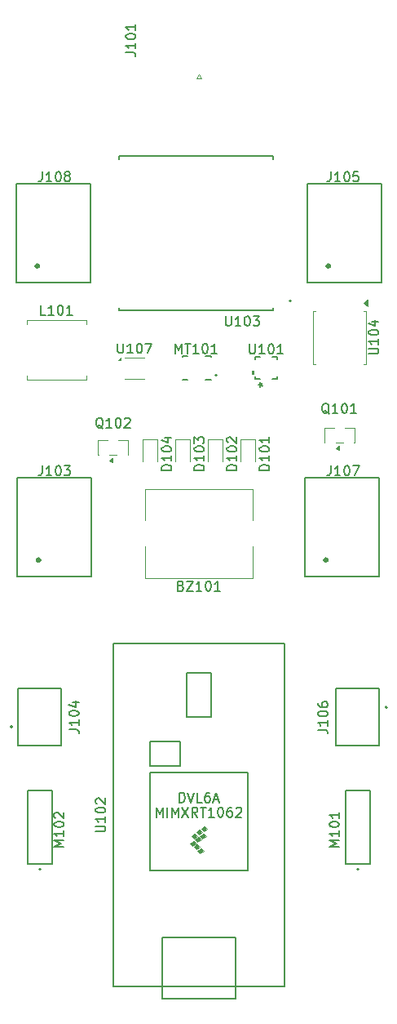
<source format=gbr>
%TF.GenerationSoftware,KiCad,Pcbnew,9.0.6*%
%TF.CreationDate,2025-12-21T20:45:19-06:00*%
%TF.ProjectId,TVC,5456432e-6b69-4636-9164-5f7063625858,rev?*%
%TF.SameCoordinates,Original*%
%TF.FileFunction,Legend,Top*%
%TF.FilePolarity,Positive*%
%FSLAX46Y46*%
G04 Gerber Fmt 4.6, Leading zero omitted, Abs format (unit mm)*
G04 Created by KiCad (PCBNEW 9.0.6) date 2025-12-21 20:45:19*
%MOMM*%
%LPD*%
G01*
G04 APERTURE LIST*
%ADD10C,0.150000*%
%ADD11C,0.120000*%
%ADD12C,0.152400*%
%ADD13C,0.000000*%
%ADD14C,0.200000*%
%ADD15C,0.400000*%
%ADD16C,0.127000*%
%ADD17C,0.100000*%
G04 APERTURE END LIST*
D10*
X139149964Y-85084819D02*
X139149964Y-85894342D01*
X139149964Y-85894342D02*
X139197583Y-85989580D01*
X139197583Y-85989580D02*
X139245202Y-86037200D01*
X139245202Y-86037200D02*
X139340440Y-86084819D01*
X139340440Y-86084819D02*
X139530916Y-86084819D01*
X139530916Y-86084819D02*
X139626154Y-86037200D01*
X139626154Y-86037200D02*
X139673773Y-85989580D01*
X139673773Y-85989580D02*
X139721392Y-85894342D01*
X139721392Y-85894342D02*
X139721392Y-85084819D01*
X140721392Y-86084819D02*
X140149964Y-86084819D01*
X140435678Y-86084819D02*
X140435678Y-85084819D01*
X140435678Y-85084819D02*
X140340440Y-85227676D01*
X140340440Y-85227676D02*
X140245202Y-85322914D01*
X140245202Y-85322914D02*
X140149964Y-85370533D01*
X141340440Y-85084819D02*
X141435678Y-85084819D01*
X141435678Y-85084819D02*
X141530916Y-85132438D01*
X141530916Y-85132438D02*
X141578535Y-85180057D01*
X141578535Y-85180057D02*
X141626154Y-85275295D01*
X141626154Y-85275295D02*
X141673773Y-85465771D01*
X141673773Y-85465771D02*
X141673773Y-85703866D01*
X141673773Y-85703866D02*
X141626154Y-85894342D01*
X141626154Y-85894342D02*
X141578535Y-85989580D01*
X141578535Y-85989580D02*
X141530916Y-86037200D01*
X141530916Y-86037200D02*
X141435678Y-86084819D01*
X141435678Y-86084819D02*
X141340440Y-86084819D01*
X141340440Y-86084819D02*
X141245202Y-86037200D01*
X141245202Y-86037200D02*
X141197583Y-85989580D01*
X141197583Y-85989580D02*
X141149964Y-85894342D01*
X141149964Y-85894342D02*
X141102345Y-85703866D01*
X141102345Y-85703866D02*
X141102345Y-85465771D01*
X141102345Y-85465771D02*
X141149964Y-85275295D01*
X141149964Y-85275295D02*
X141197583Y-85180057D01*
X141197583Y-85180057D02*
X141245202Y-85132438D01*
X141245202Y-85132438D02*
X141340440Y-85084819D01*
X142007107Y-85084819D02*
X142673773Y-85084819D01*
X142673773Y-85084819D02*
X142245202Y-86084819D01*
X131667202Y-82115819D02*
X131191012Y-82115819D01*
X131191012Y-82115819D02*
X131191012Y-81115819D01*
X132524345Y-82115819D02*
X131952917Y-82115819D01*
X132238631Y-82115819D02*
X132238631Y-81115819D01*
X132238631Y-81115819D02*
X132143393Y-81258676D01*
X132143393Y-81258676D02*
X132048155Y-81353914D01*
X132048155Y-81353914D02*
X131952917Y-81401533D01*
X133143393Y-81115819D02*
X133238631Y-81115819D01*
X133238631Y-81115819D02*
X133333869Y-81163438D01*
X133333869Y-81163438D02*
X133381488Y-81211057D01*
X133381488Y-81211057D02*
X133429107Y-81306295D01*
X133429107Y-81306295D02*
X133476726Y-81496771D01*
X133476726Y-81496771D02*
X133476726Y-81734866D01*
X133476726Y-81734866D02*
X133429107Y-81925342D01*
X133429107Y-81925342D02*
X133381488Y-82020580D01*
X133381488Y-82020580D02*
X133333869Y-82068200D01*
X133333869Y-82068200D02*
X133238631Y-82115819D01*
X133238631Y-82115819D02*
X133143393Y-82115819D01*
X133143393Y-82115819D02*
X133048155Y-82068200D01*
X133048155Y-82068200D02*
X133000536Y-82020580D01*
X133000536Y-82020580D02*
X132952917Y-81925342D01*
X132952917Y-81925342D02*
X132905298Y-81734866D01*
X132905298Y-81734866D02*
X132905298Y-81496771D01*
X132905298Y-81496771D02*
X132952917Y-81306295D01*
X132952917Y-81306295D02*
X133000536Y-81211057D01*
X133000536Y-81211057D02*
X133048155Y-81163438D01*
X133048155Y-81163438D02*
X133143393Y-81115819D01*
X134429107Y-82115819D02*
X133857679Y-82115819D01*
X134143393Y-82115819D02*
X134143393Y-81115819D01*
X134143393Y-81115819D02*
X134048155Y-81258676D01*
X134048155Y-81258676D02*
X133952917Y-81353914D01*
X133952917Y-81353914D02*
X133857679Y-81401533D01*
X152831964Y-85141719D02*
X152831964Y-85951242D01*
X152831964Y-85951242D02*
X152879583Y-86046480D01*
X152879583Y-86046480D02*
X152927202Y-86094100D01*
X152927202Y-86094100D02*
X153022440Y-86141719D01*
X153022440Y-86141719D02*
X153212916Y-86141719D01*
X153212916Y-86141719D02*
X153308154Y-86094100D01*
X153308154Y-86094100D02*
X153355773Y-86046480D01*
X153355773Y-86046480D02*
X153403392Y-85951242D01*
X153403392Y-85951242D02*
X153403392Y-85141719D01*
X154403392Y-86141719D02*
X153831964Y-86141719D01*
X154117678Y-86141719D02*
X154117678Y-85141719D01*
X154117678Y-85141719D02*
X154022440Y-85284576D01*
X154022440Y-85284576D02*
X153927202Y-85379814D01*
X153927202Y-85379814D02*
X153831964Y-85427433D01*
X155022440Y-85141719D02*
X155117678Y-85141719D01*
X155117678Y-85141719D02*
X155212916Y-85189338D01*
X155212916Y-85189338D02*
X155260535Y-85236957D01*
X155260535Y-85236957D02*
X155308154Y-85332195D01*
X155308154Y-85332195D02*
X155355773Y-85522671D01*
X155355773Y-85522671D02*
X155355773Y-85760766D01*
X155355773Y-85760766D02*
X155308154Y-85951242D01*
X155308154Y-85951242D02*
X155260535Y-86046480D01*
X155260535Y-86046480D02*
X155212916Y-86094100D01*
X155212916Y-86094100D02*
X155117678Y-86141719D01*
X155117678Y-86141719D02*
X155022440Y-86141719D01*
X155022440Y-86141719D02*
X154927202Y-86094100D01*
X154927202Y-86094100D02*
X154879583Y-86046480D01*
X154879583Y-86046480D02*
X154831964Y-85951242D01*
X154831964Y-85951242D02*
X154784345Y-85760766D01*
X154784345Y-85760766D02*
X154784345Y-85522671D01*
X154784345Y-85522671D02*
X154831964Y-85332195D01*
X154831964Y-85332195D02*
X154879583Y-85236957D01*
X154879583Y-85236957D02*
X154927202Y-85189338D01*
X154927202Y-85189338D02*
X155022440Y-85141719D01*
X156308154Y-86141719D02*
X155736726Y-86141719D01*
X156022440Y-86141719D02*
X156022440Y-85141719D01*
X156022440Y-85141719D02*
X155927202Y-85284576D01*
X155927202Y-85284576D02*
X155831964Y-85379814D01*
X155831964Y-85379814D02*
X155736726Y-85427433D01*
X153751069Y-89344499D02*
X153989164Y-89344499D01*
X153893926Y-89582594D02*
X153989164Y-89344499D01*
X153989164Y-89344499D02*
X153893926Y-89106404D01*
X154179640Y-89487356D02*
X153989164Y-89344499D01*
X153989164Y-89344499D02*
X154179640Y-89201642D01*
X161261535Y-97752819D02*
X161261535Y-98467104D01*
X161261535Y-98467104D02*
X161213916Y-98609961D01*
X161213916Y-98609961D02*
X161118678Y-98705200D01*
X161118678Y-98705200D02*
X160975821Y-98752819D01*
X160975821Y-98752819D02*
X160880583Y-98752819D01*
X162261535Y-98752819D02*
X161690107Y-98752819D01*
X161975821Y-98752819D02*
X161975821Y-97752819D01*
X161975821Y-97752819D02*
X161880583Y-97895676D01*
X161880583Y-97895676D02*
X161785345Y-97990914D01*
X161785345Y-97990914D02*
X161690107Y-98038533D01*
X162880583Y-97752819D02*
X162975821Y-97752819D01*
X162975821Y-97752819D02*
X163071059Y-97800438D01*
X163071059Y-97800438D02*
X163118678Y-97848057D01*
X163118678Y-97848057D02*
X163166297Y-97943295D01*
X163166297Y-97943295D02*
X163213916Y-98133771D01*
X163213916Y-98133771D02*
X163213916Y-98371866D01*
X163213916Y-98371866D02*
X163166297Y-98562342D01*
X163166297Y-98562342D02*
X163118678Y-98657580D01*
X163118678Y-98657580D02*
X163071059Y-98705200D01*
X163071059Y-98705200D02*
X162975821Y-98752819D01*
X162975821Y-98752819D02*
X162880583Y-98752819D01*
X162880583Y-98752819D02*
X162785345Y-98705200D01*
X162785345Y-98705200D02*
X162737726Y-98657580D01*
X162737726Y-98657580D02*
X162690107Y-98562342D01*
X162690107Y-98562342D02*
X162642488Y-98371866D01*
X162642488Y-98371866D02*
X162642488Y-98133771D01*
X162642488Y-98133771D02*
X162690107Y-97943295D01*
X162690107Y-97943295D02*
X162737726Y-97848057D01*
X162737726Y-97848057D02*
X162785345Y-97800438D01*
X162785345Y-97800438D02*
X162880583Y-97752819D01*
X163547250Y-97752819D02*
X164213916Y-97752819D01*
X164213916Y-97752819D02*
X163785345Y-98752819D01*
X145727916Y-110206009D02*
X145870773Y-110253628D01*
X145870773Y-110253628D02*
X145918392Y-110301247D01*
X145918392Y-110301247D02*
X145966011Y-110396485D01*
X145966011Y-110396485D02*
X145966011Y-110539342D01*
X145966011Y-110539342D02*
X145918392Y-110634580D01*
X145918392Y-110634580D02*
X145870773Y-110682200D01*
X145870773Y-110682200D02*
X145775535Y-110729819D01*
X145775535Y-110729819D02*
X145394583Y-110729819D01*
X145394583Y-110729819D02*
X145394583Y-109729819D01*
X145394583Y-109729819D02*
X145727916Y-109729819D01*
X145727916Y-109729819D02*
X145823154Y-109777438D01*
X145823154Y-109777438D02*
X145870773Y-109825057D01*
X145870773Y-109825057D02*
X145918392Y-109920295D01*
X145918392Y-109920295D02*
X145918392Y-110015533D01*
X145918392Y-110015533D02*
X145870773Y-110110771D01*
X145870773Y-110110771D02*
X145823154Y-110158390D01*
X145823154Y-110158390D02*
X145727916Y-110206009D01*
X145727916Y-110206009D02*
X145394583Y-110206009D01*
X146299345Y-109729819D02*
X146966011Y-109729819D01*
X146966011Y-109729819D02*
X146299345Y-110729819D01*
X146299345Y-110729819D02*
X146966011Y-110729819D01*
X147870773Y-110729819D02*
X147299345Y-110729819D01*
X147585059Y-110729819D02*
X147585059Y-109729819D01*
X147585059Y-109729819D02*
X147489821Y-109872676D01*
X147489821Y-109872676D02*
X147394583Y-109967914D01*
X147394583Y-109967914D02*
X147299345Y-110015533D01*
X148489821Y-109729819D02*
X148585059Y-109729819D01*
X148585059Y-109729819D02*
X148680297Y-109777438D01*
X148680297Y-109777438D02*
X148727916Y-109825057D01*
X148727916Y-109825057D02*
X148775535Y-109920295D01*
X148775535Y-109920295D02*
X148823154Y-110110771D01*
X148823154Y-110110771D02*
X148823154Y-110348866D01*
X148823154Y-110348866D02*
X148775535Y-110539342D01*
X148775535Y-110539342D02*
X148727916Y-110634580D01*
X148727916Y-110634580D02*
X148680297Y-110682200D01*
X148680297Y-110682200D02*
X148585059Y-110729819D01*
X148585059Y-110729819D02*
X148489821Y-110729819D01*
X148489821Y-110729819D02*
X148394583Y-110682200D01*
X148394583Y-110682200D02*
X148346964Y-110634580D01*
X148346964Y-110634580D02*
X148299345Y-110539342D01*
X148299345Y-110539342D02*
X148251726Y-110348866D01*
X148251726Y-110348866D02*
X148251726Y-110110771D01*
X148251726Y-110110771D02*
X148299345Y-109920295D01*
X148299345Y-109920295D02*
X148346964Y-109825057D01*
X148346964Y-109825057D02*
X148394583Y-109777438D01*
X148394583Y-109777438D02*
X148489821Y-109729819D01*
X149775535Y-110729819D02*
X149204107Y-110729819D01*
X149489821Y-110729819D02*
X149489821Y-109729819D01*
X149489821Y-109729819D02*
X149394583Y-109872676D01*
X149394583Y-109872676D02*
X149299345Y-109967914D01*
X149299345Y-109967914D02*
X149204107Y-110015533D01*
X131289535Y-97752819D02*
X131289535Y-98467104D01*
X131289535Y-98467104D02*
X131241916Y-98609961D01*
X131241916Y-98609961D02*
X131146678Y-98705200D01*
X131146678Y-98705200D02*
X131003821Y-98752819D01*
X131003821Y-98752819D02*
X130908583Y-98752819D01*
X132289535Y-98752819D02*
X131718107Y-98752819D01*
X132003821Y-98752819D02*
X132003821Y-97752819D01*
X132003821Y-97752819D02*
X131908583Y-97895676D01*
X131908583Y-97895676D02*
X131813345Y-97990914D01*
X131813345Y-97990914D02*
X131718107Y-98038533D01*
X132908583Y-97752819D02*
X133003821Y-97752819D01*
X133003821Y-97752819D02*
X133099059Y-97800438D01*
X133099059Y-97800438D02*
X133146678Y-97848057D01*
X133146678Y-97848057D02*
X133194297Y-97943295D01*
X133194297Y-97943295D02*
X133241916Y-98133771D01*
X133241916Y-98133771D02*
X133241916Y-98371866D01*
X133241916Y-98371866D02*
X133194297Y-98562342D01*
X133194297Y-98562342D02*
X133146678Y-98657580D01*
X133146678Y-98657580D02*
X133099059Y-98705200D01*
X133099059Y-98705200D02*
X133003821Y-98752819D01*
X133003821Y-98752819D02*
X132908583Y-98752819D01*
X132908583Y-98752819D02*
X132813345Y-98705200D01*
X132813345Y-98705200D02*
X132765726Y-98657580D01*
X132765726Y-98657580D02*
X132718107Y-98562342D01*
X132718107Y-98562342D02*
X132670488Y-98371866D01*
X132670488Y-98371866D02*
X132670488Y-98133771D01*
X132670488Y-98133771D02*
X132718107Y-97943295D01*
X132718107Y-97943295D02*
X132765726Y-97848057D01*
X132765726Y-97848057D02*
X132813345Y-97800438D01*
X132813345Y-97800438D02*
X132908583Y-97752819D01*
X133575250Y-97752819D02*
X134194297Y-97752819D01*
X134194297Y-97752819D02*
X133860964Y-98133771D01*
X133860964Y-98133771D02*
X134003821Y-98133771D01*
X134003821Y-98133771D02*
X134099059Y-98181390D01*
X134099059Y-98181390D02*
X134146678Y-98229009D01*
X134146678Y-98229009D02*
X134194297Y-98324247D01*
X134194297Y-98324247D02*
X134194297Y-98562342D01*
X134194297Y-98562342D02*
X134146678Y-98657580D01*
X134146678Y-98657580D02*
X134099059Y-98705200D01*
X134099059Y-98705200D02*
X134003821Y-98752819D01*
X134003821Y-98752819D02*
X133718107Y-98752819D01*
X133718107Y-98752819D02*
X133622869Y-98705200D01*
X133622869Y-98705200D02*
X133575250Y-98657580D01*
X137623630Y-93895057D02*
X137528392Y-93847438D01*
X137528392Y-93847438D02*
X137433154Y-93752200D01*
X137433154Y-93752200D02*
X137290297Y-93609342D01*
X137290297Y-93609342D02*
X137195059Y-93561723D01*
X137195059Y-93561723D02*
X137099821Y-93561723D01*
X137147440Y-93799819D02*
X137052202Y-93752200D01*
X137052202Y-93752200D02*
X136956964Y-93656961D01*
X136956964Y-93656961D02*
X136909345Y-93466485D01*
X136909345Y-93466485D02*
X136909345Y-93133152D01*
X136909345Y-93133152D02*
X136956964Y-92942676D01*
X136956964Y-92942676D02*
X137052202Y-92847438D01*
X137052202Y-92847438D02*
X137147440Y-92799819D01*
X137147440Y-92799819D02*
X137337916Y-92799819D01*
X137337916Y-92799819D02*
X137433154Y-92847438D01*
X137433154Y-92847438D02*
X137528392Y-92942676D01*
X137528392Y-92942676D02*
X137576011Y-93133152D01*
X137576011Y-93133152D02*
X137576011Y-93466485D01*
X137576011Y-93466485D02*
X137528392Y-93656961D01*
X137528392Y-93656961D02*
X137433154Y-93752200D01*
X137433154Y-93752200D02*
X137337916Y-93799819D01*
X137337916Y-93799819D02*
X137147440Y-93799819D01*
X138528392Y-93799819D02*
X137956964Y-93799819D01*
X138242678Y-93799819D02*
X138242678Y-92799819D01*
X138242678Y-92799819D02*
X138147440Y-92942676D01*
X138147440Y-92942676D02*
X138052202Y-93037914D01*
X138052202Y-93037914D02*
X137956964Y-93085533D01*
X139147440Y-92799819D02*
X139242678Y-92799819D01*
X139242678Y-92799819D02*
X139337916Y-92847438D01*
X139337916Y-92847438D02*
X139385535Y-92895057D01*
X139385535Y-92895057D02*
X139433154Y-92990295D01*
X139433154Y-92990295D02*
X139480773Y-93180771D01*
X139480773Y-93180771D02*
X139480773Y-93418866D01*
X139480773Y-93418866D02*
X139433154Y-93609342D01*
X139433154Y-93609342D02*
X139385535Y-93704580D01*
X139385535Y-93704580D02*
X139337916Y-93752200D01*
X139337916Y-93752200D02*
X139242678Y-93799819D01*
X139242678Y-93799819D02*
X139147440Y-93799819D01*
X139147440Y-93799819D02*
X139052202Y-93752200D01*
X139052202Y-93752200D02*
X139004583Y-93704580D01*
X139004583Y-93704580D02*
X138956964Y-93609342D01*
X138956964Y-93609342D02*
X138909345Y-93418866D01*
X138909345Y-93418866D02*
X138909345Y-93180771D01*
X138909345Y-93180771D02*
X138956964Y-92990295D01*
X138956964Y-92990295D02*
X139004583Y-92895057D01*
X139004583Y-92895057D02*
X139052202Y-92847438D01*
X139052202Y-92847438D02*
X139147440Y-92799819D01*
X139861726Y-92895057D02*
X139909345Y-92847438D01*
X139909345Y-92847438D02*
X140004583Y-92799819D01*
X140004583Y-92799819D02*
X140242678Y-92799819D01*
X140242678Y-92799819D02*
X140337916Y-92847438D01*
X140337916Y-92847438D02*
X140385535Y-92895057D01*
X140385535Y-92895057D02*
X140433154Y-92990295D01*
X140433154Y-92990295D02*
X140433154Y-93085533D01*
X140433154Y-93085533D02*
X140385535Y-93228390D01*
X140385535Y-93228390D02*
X139814107Y-93799819D01*
X139814107Y-93799819D02*
X140433154Y-93799819D01*
X165221069Y-86169285D02*
X166030592Y-86169285D01*
X166030592Y-86169285D02*
X166125830Y-86121666D01*
X166125830Y-86121666D02*
X166173450Y-86074047D01*
X166173450Y-86074047D02*
X166221069Y-85978809D01*
X166221069Y-85978809D02*
X166221069Y-85788333D01*
X166221069Y-85788333D02*
X166173450Y-85693095D01*
X166173450Y-85693095D02*
X166125830Y-85645476D01*
X166125830Y-85645476D02*
X166030592Y-85597857D01*
X166030592Y-85597857D02*
X165221069Y-85597857D01*
X166221069Y-84597857D02*
X166221069Y-85169285D01*
X166221069Y-84883571D02*
X165221069Y-84883571D01*
X165221069Y-84883571D02*
X165363926Y-84978809D01*
X165363926Y-84978809D02*
X165459164Y-85074047D01*
X165459164Y-85074047D02*
X165506783Y-85169285D01*
X165221069Y-83978809D02*
X165221069Y-83883571D01*
X165221069Y-83883571D02*
X165268688Y-83788333D01*
X165268688Y-83788333D02*
X165316307Y-83740714D01*
X165316307Y-83740714D02*
X165411545Y-83693095D01*
X165411545Y-83693095D02*
X165602021Y-83645476D01*
X165602021Y-83645476D02*
X165840116Y-83645476D01*
X165840116Y-83645476D02*
X166030592Y-83693095D01*
X166030592Y-83693095D02*
X166125830Y-83740714D01*
X166125830Y-83740714D02*
X166173450Y-83788333D01*
X166173450Y-83788333D02*
X166221069Y-83883571D01*
X166221069Y-83883571D02*
X166221069Y-83978809D01*
X166221069Y-83978809D02*
X166173450Y-84074047D01*
X166173450Y-84074047D02*
X166125830Y-84121666D01*
X166125830Y-84121666D02*
X166030592Y-84169285D01*
X166030592Y-84169285D02*
X165840116Y-84216904D01*
X165840116Y-84216904D02*
X165602021Y-84216904D01*
X165602021Y-84216904D02*
X165411545Y-84169285D01*
X165411545Y-84169285D02*
X165316307Y-84121666D01*
X165316307Y-84121666D02*
X165268688Y-84074047D01*
X165268688Y-84074047D02*
X165221069Y-83978809D01*
X165554402Y-82788333D02*
X166221069Y-82788333D01*
X165173450Y-83026428D02*
X165887735Y-83264523D01*
X165887735Y-83264523D02*
X165887735Y-82645476D01*
X161105980Y-92396457D02*
X161010742Y-92348838D01*
X161010742Y-92348838D02*
X160915504Y-92253600D01*
X160915504Y-92253600D02*
X160772647Y-92110742D01*
X160772647Y-92110742D02*
X160677409Y-92063123D01*
X160677409Y-92063123D02*
X160582171Y-92063123D01*
X160629790Y-92301219D02*
X160534552Y-92253600D01*
X160534552Y-92253600D02*
X160439314Y-92158361D01*
X160439314Y-92158361D02*
X160391695Y-91967885D01*
X160391695Y-91967885D02*
X160391695Y-91634552D01*
X160391695Y-91634552D02*
X160439314Y-91444076D01*
X160439314Y-91444076D02*
X160534552Y-91348838D01*
X160534552Y-91348838D02*
X160629790Y-91301219D01*
X160629790Y-91301219D02*
X160820266Y-91301219D01*
X160820266Y-91301219D02*
X160915504Y-91348838D01*
X160915504Y-91348838D02*
X161010742Y-91444076D01*
X161010742Y-91444076D02*
X161058361Y-91634552D01*
X161058361Y-91634552D02*
X161058361Y-91967885D01*
X161058361Y-91967885D02*
X161010742Y-92158361D01*
X161010742Y-92158361D02*
X160915504Y-92253600D01*
X160915504Y-92253600D02*
X160820266Y-92301219D01*
X160820266Y-92301219D02*
X160629790Y-92301219D01*
X162010742Y-92301219D02*
X161439314Y-92301219D01*
X161725028Y-92301219D02*
X161725028Y-91301219D01*
X161725028Y-91301219D02*
X161629790Y-91444076D01*
X161629790Y-91444076D02*
X161534552Y-91539314D01*
X161534552Y-91539314D02*
X161439314Y-91586933D01*
X162629790Y-91301219D02*
X162725028Y-91301219D01*
X162725028Y-91301219D02*
X162820266Y-91348838D01*
X162820266Y-91348838D02*
X162867885Y-91396457D01*
X162867885Y-91396457D02*
X162915504Y-91491695D01*
X162915504Y-91491695D02*
X162963123Y-91682171D01*
X162963123Y-91682171D02*
X162963123Y-91920266D01*
X162963123Y-91920266D02*
X162915504Y-92110742D01*
X162915504Y-92110742D02*
X162867885Y-92205980D01*
X162867885Y-92205980D02*
X162820266Y-92253600D01*
X162820266Y-92253600D02*
X162725028Y-92301219D01*
X162725028Y-92301219D02*
X162629790Y-92301219D01*
X162629790Y-92301219D02*
X162534552Y-92253600D01*
X162534552Y-92253600D02*
X162486933Y-92205980D01*
X162486933Y-92205980D02*
X162439314Y-92110742D01*
X162439314Y-92110742D02*
X162391695Y-91920266D01*
X162391695Y-91920266D02*
X162391695Y-91682171D01*
X162391695Y-91682171D02*
X162439314Y-91491695D01*
X162439314Y-91491695D02*
X162486933Y-91396457D01*
X162486933Y-91396457D02*
X162534552Y-91348838D01*
X162534552Y-91348838D02*
X162629790Y-91301219D01*
X163915504Y-92301219D02*
X163344076Y-92301219D01*
X163629790Y-92301219D02*
X163629790Y-91301219D01*
X163629790Y-91301219D02*
X163534552Y-91444076D01*
X163534552Y-91444076D02*
X163439314Y-91539314D01*
X163439314Y-91539314D02*
X163344076Y-91586933D01*
X134091069Y-125085714D02*
X134805354Y-125085714D01*
X134805354Y-125085714D02*
X134948211Y-125133333D01*
X134948211Y-125133333D02*
X135043450Y-125228571D01*
X135043450Y-125228571D02*
X135091069Y-125371428D01*
X135091069Y-125371428D02*
X135091069Y-125466666D01*
X135091069Y-124085714D02*
X135091069Y-124657142D01*
X135091069Y-124371428D02*
X134091069Y-124371428D01*
X134091069Y-124371428D02*
X134233926Y-124466666D01*
X134233926Y-124466666D02*
X134329164Y-124561904D01*
X134329164Y-124561904D02*
X134376783Y-124657142D01*
X134091069Y-123466666D02*
X134091069Y-123371428D01*
X134091069Y-123371428D02*
X134138688Y-123276190D01*
X134138688Y-123276190D02*
X134186307Y-123228571D01*
X134186307Y-123228571D02*
X134281545Y-123180952D01*
X134281545Y-123180952D02*
X134472021Y-123133333D01*
X134472021Y-123133333D02*
X134710116Y-123133333D01*
X134710116Y-123133333D02*
X134900592Y-123180952D01*
X134900592Y-123180952D02*
X134995830Y-123228571D01*
X134995830Y-123228571D02*
X135043450Y-123276190D01*
X135043450Y-123276190D02*
X135091069Y-123371428D01*
X135091069Y-123371428D02*
X135091069Y-123466666D01*
X135091069Y-123466666D02*
X135043450Y-123561904D01*
X135043450Y-123561904D02*
X134995830Y-123609523D01*
X134995830Y-123609523D02*
X134900592Y-123657142D01*
X134900592Y-123657142D02*
X134710116Y-123704761D01*
X134710116Y-123704761D02*
X134472021Y-123704761D01*
X134472021Y-123704761D02*
X134281545Y-123657142D01*
X134281545Y-123657142D02*
X134186307Y-123609523D01*
X134186307Y-123609523D02*
X134138688Y-123561904D01*
X134138688Y-123561904D02*
X134091069Y-123466666D01*
X134424402Y-122276190D02*
X135091069Y-122276190D01*
X134043450Y-122514285D02*
X134757735Y-122752380D01*
X134757735Y-122752380D02*
X134757735Y-122133333D01*
X150359464Y-82249819D02*
X150359464Y-83059342D01*
X150359464Y-83059342D02*
X150407083Y-83154580D01*
X150407083Y-83154580D02*
X150454702Y-83202200D01*
X150454702Y-83202200D02*
X150549940Y-83249819D01*
X150549940Y-83249819D02*
X150740416Y-83249819D01*
X150740416Y-83249819D02*
X150835654Y-83202200D01*
X150835654Y-83202200D02*
X150883273Y-83154580D01*
X150883273Y-83154580D02*
X150930892Y-83059342D01*
X150930892Y-83059342D02*
X150930892Y-82249819D01*
X151930892Y-83249819D02*
X151359464Y-83249819D01*
X151645178Y-83249819D02*
X151645178Y-82249819D01*
X151645178Y-82249819D02*
X151549940Y-82392676D01*
X151549940Y-82392676D02*
X151454702Y-82487914D01*
X151454702Y-82487914D02*
X151359464Y-82535533D01*
X152549940Y-82249819D02*
X152645178Y-82249819D01*
X152645178Y-82249819D02*
X152740416Y-82297438D01*
X152740416Y-82297438D02*
X152788035Y-82345057D01*
X152788035Y-82345057D02*
X152835654Y-82440295D01*
X152835654Y-82440295D02*
X152883273Y-82630771D01*
X152883273Y-82630771D02*
X152883273Y-82868866D01*
X152883273Y-82868866D02*
X152835654Y-83059342D01*
X152835654Y-83059342D02*
X152788035Y-83154580D01*
X152788035Y-83154580D02*
X152740416Y-83202200D01*
X152740416Y-83202200D02*
X152645178Y-83249819D01*
X152645178Y-83249819D02*
X152549940Y-83249819D01*
X152549940Y-83249819D02*
X152454702Y-83202200D01*
X152454702Y-83202200D02*
X152407083Y-83154580D01*
X152407083Y-83154580D02*
X152359464Y-83059342D01*
X152359464Y-83059342D02*
X152311845Y-82868866D01*
X152311845Y-82868866D02*
X152311845Y-82630771D01*
X152311845Y-82630771D02*
X152359464Y-82440295D01*
X152359464Y-82440295D02*
X152407083Y-82345057D01*
X152407083Y-82345057D02*
X152454702Y-82297438D01*
X152454702Y-82297438D02*
X152549940Y-82249819D01*
X153216607Y-82249819D02*
X153835654Y-82249819D01*
X153835654Y-82249819D02*
X153502321Y-82630771D01*
X153502321Y-82630771D02*
X153645178Y-82630771D01*
X153645178Y-82630771D02*
X153740416Y-82678390D01*
X153740416Y-82678390D02*
X153788035Y-82726009D01*
X153788035Y-82726009D02*
X153835654Y-82821247D01*
X153835654Y-82821247D02*
X153835654Y-83059342D01*
X153835654Y-83059342D02*
X153788035Y-83154580D01*
X153788035Y-83154580D02*
X153740416Y-83202200D01*
X153740416Y-83202200D02*
X153645178Y-83249819D01*
X153645178Y-83249819D02*
X153359464Y-83249819D01*
X153359464Y-83249819D02*
X153264226Y-83202200D01*
X153264226Y-83202200D02*
X153216607Y-83154580D01*
X139996069Y-54920714D02*
X140710354Y-54920714D01*
X140710354Y-54920714D02*
X140853211Y-54968333D01*
X140853211Y-54968333D02*
X140948450Y-55063571D01*
X140948450Y-55063571D02*
X140996069Y-55206428D01*
X140996069Y-55206428D02*
X140996069Y-55301666D01*
X140996069Y-53920714D02*
X140996069Y-54492142D01*
X140996069Y-54206428D02*
X139996069Y-54206428D01*
X139996069Y-54206428D02*
X140138926Y-54301666D01*
X140138926Y-54301666D02*
X140234164Y-54396904D01*
X140234164Y-54396904D02*
X140281783Y-54492142D01*
X139996069Y-53301666D02*
X139996069Y-53206428D01*
X139996069Y-53206428D02*
X140043688Y-53111190D01*
X140043688Y-53111190D02*
X140091307Y-53063571D01*
X140091307Y-53063571D02*
X140186545Y-53015952D01*
X140186545Y-53015952D02*
X140377021Y-52968333D01*
X140377021Y-52968333D02*
X140615116Y-52968333D01*
X140615116Y-52968333D02*
X140805592Y-53015952D01*
X140805592Y-53015952D02*
X140900830Y-53063571D01*
X140900830Y-53063571D02*
X140948450Y-53111190D01*
X140948450Y-53111190D02*
X140996069Y-53206428D01*
X140996069Y-53206428D02*
X140996069Y-53301666D01*
X140996069Y-53301666D02*
X140948450Y-53396904D01*
X140948450Y-53396904D02*
X140900830Y-53444523D01*
X140900830Y-53444523D02*
X140805592Y-53492142D01*
X140805592Y-53492142D02*
X140615116Y-53539761D01*
X140615116Y-53539761D02*
X140377021Y-53539761D01*
X140377021Y-53539761D02*
X140186545Y-53492142D01*
X140186545Y-53492142D02*
X140091307Y-53444523D01*
X140091307Y-53444523D02*
X140043688Y-53396904D01*
X140043688Y-53396904D02*
X139996069Y-53301666D01*
X140996069Y-52015952D02*
X140996069Y-52587380D01*
X140996069Y-52301666D02*
X139996069Y-52301666D01*
X139996069Y-52301666D02*
X140138926Y-52396904D01*
X140138926Y-52396904D02*
X140234164Y-52492142D01*
X140234164Y-52492142D02*
X140281783Y-52587380D01*
X144714069Y-98210475D02*
X143714069Y-98210475D01*
X143714069Y-98210475D02*
X143714069Y-97972380D01*
X143714069Y-97972380D02*
X143761688Y-97829523D01*
X143761688Y-97829523D02*
X143856926Y-97734285D01*
X143856926Y-97734285D02*
X143952164Y-97686666D01*
X143952164Y-97686666D02*
X144142640Y-97639047D01*
X144142640Y-97639047D02*
X144285497Y-97639047D01*
X144285497Y-97639047D02*
X144475973Y-97686666D01*
X144475973Y-97686666D02*
X144571211Y-97734285D01*
X144571211Y-97734285D02*
X144666450Y-97829523D01*
X144666450Y-97829523D02*
X144714069Y-97972380D01*
X144714069Y-97972380D02*
X144714069Y-98210475D01*
X144714069Y-96686666D02*
X144714069Y-97258094D01*
X144714069Y-96972380D02*
X143714069Y-96972380D01*
X143714069Y-96972380D02*
X143856926Y-97067618D01*
X143856926Y-97067618D02*
X143952164Y-97162856D01*
X143952164Y-97162856D02*
X143999783Y-97258094D01*
X143714069Y-96067618D02*
X143714069Y-95972380D01*
X143714069Y-95972380D02*
X143761688Y-95877142D01*
X143761688Y-95877142D02*
X143809307Y-95829523D01*
X143809307Y-95829523D02*
X143904545Y-95781904D01*
X143904545Y-95781904D02*
X144095021Y-95734285D01*
X144095021Y-95734285D02*
X144333116Y-95734285D01*
X144333116Y-95734285D02*
X144523592Y-95781904D01*
X144523592Y-95781904D02*
X144618830Y-95829523D01*
X144618830Y-95829523D02*
X144666450Y-95877142D01*
X144666450Y-95877142D02*
X144714069Y-95972380D01*
X144714069Y-95972380D02*
X144714069Y-96067618D01*
X144714069Y-96067618D02*
X144666450Y-96162856D01*
X144666450Y-96162856D02*
X144618830Y-96210475D01*
X144618830Y-96210475D02*
X144523592Y-96258094D01*
X144523592Y-96258094D02*
X144333116Y-96305713D01*
X144333116Y-96305713D02*
X144095021Y-96305713D01*
X144095021Y-96305713D02*
X143904545Y-96258094D01*
X143904545Y-96258094D02*
X143809307Y-96210475D01*
X143809307Y-96210475D02*
X143761688Y-96162856D01*
X143761688Y-96162856D02*
X143714069Y-96067618D01*
X144047402Y-94877142D02*
X144714069Y-94877142D01*
X143666450Y-95115237D02*
X144380735Y-95353332D01*
X144380735Y-95353332D02*
X144380735Y-94734285D01*
X136856069Y-135699285D02*
X137665592Y-135699285D01*
X137665592Y-135699285D02*
X137760830Y-135651666D01*
X137760830Y-135651666D02*
X137808450Y-135604047D01*
X137808450Y-135604047D02*
X137856069Y-135508809D01*
X137856069Y-135508809D02*
X137856069Y-135318333D01*
X137856069Y-135318333D02*
X137808450Y-135223095D01*
X137808450Y-135223095D02*
X137760830Y-135175476D01*
X137760830Y-135175476D02*
X137665592Y-135127857D01*
X137665592Y-135127857D02*
X136856069Y-135127857D01*
X137856069Y-134127857D02*
X137856069Y-134699285D01*
X137856069Y-134413571D02*
X136856069Y-134413571D01*
X136856069Y-134413571D02*
X136998926Y-134508809D01*
X136998926Y-134508809D02*
X137094164Y-134604047D01*
X137094164Y-134604047D02*
X137141783Y-134699285D01*
X136856069Y-133508809D02*
X136856069Y-133413571D01*
X136856069Y-133413571D02*
X136903688Y-133318333D01*
X136903688Y-133318333D02*
X136951307Y-133270714D01*
X136951307Y-133270714D02*
X137046545Y-133223095D01*
X137046545Y-133223095D02*
X137237021Y-133175476D01*
X137237021Y-133175476D02*
X137475116Y-133175476D01*
X137475116Y-133175476D02*
X137665592Y-133223095D01*
X137665592Y-133223095D02*
X137760830Y-133270714D01*
X137760830Y-133270714D02*
X137808450Y-133318333D01*
X137808450Y-133318333D02*
X137856069Y-133413571D01*
X137856069Y-133413571D02*
X137856069Y-133508809D01*
X137856069Y-133508809D02*
X137808450Y-133604047D01*
X137808450Y-133604047D02*
X137760830Y-133651666D01*
X137760830Y-133651666D02*
X137665592Y-133699285D01*
X137665592Y-133699285D02*
X137475116Y-133746904D01*
X137475116Y-133746904D02*
X137237021Y-133746904D01*
X137237021Y-133746904D02*
X137046545Y-133699285D01*
X137046545Y-133699285D02*
X136951307Y-133651666D01*
X136951307Y-133651666D02*
X136903688Y-133604047D01*
X136903688Y-133604047D02*
X136856069Y-133508809D01*
X136951307Y-132794523D02*
X136903688Y-132746904D01*
X136903688Y-132746904D02*
X136856069Y-132651666D01*
X136856069Y-132651666D02*
X136856069Y-132413571D01*
X136856069Y-132413571D02*
X136903688Y-132318333D01*
X136903688Y-132318333D02*
X136951307Y-132270714D01*
X136951307Y-132270714D02*
X137046545Y-132223095D01*
X137046545Y-132223095D02*
X137141783Y-132223095D01*
X137141783Y-132223095D02*
X137284640Y-132270714D01*
X137284640Y-132270714D02*
X137856069Y-132842142D01*
X137856069Y-132842142D02*
X137856069Y-132223095D01*
X143156488Y-134185819D02*
X143156488Y-133185819D01*
X143156488Y-133185819D02*
X143489821Y-133900104D01*
X143489821Y-133900104D02*
X143823154Y-133185819D01*
X143823154Y-133185819D02*
X143823154Y-134185819D01*
X144299345Y-134185819D02*
X144299345Y-133185819D01*
X144775535Y-134185819D02*
X144775535Y-133185819D01*
X144775535Y-133185819D02*
X145108868Y-133900104D01*
X145108868Y-133900104D02*
X145442201Y-133185819D01*
X145442201Y-133185819D02*
X145442201Y-134185819D01*
X145823154Y-133185819D02*
X146489820Y-134185819D01*
X146489820Y-133185819D02*
X145823154Y-134185819D01*
X147442201Y-134185819D02*
X147108868Y-133709628D01*
X146870773Y-134185819D02*
X146870773Y-133185819D01*
X146870773Y-133185819D02*
X147251725Y-133185819D01*
X147251725Y-133185819D02*
X147346963Y-133233438D01*
X147346963Y-133233438D02*
X147394582Y-133281057D01*
X147394582Y-133281057D02*
X147442201Y-133376295D01*
X147442201Y-133376295D02*
X147442201Y-133519152D01*
X147442201Y-133519152D02*
X147394582Y-133614390D01*
X147394582Y-133614390D02*
X147346963Y-133662009D01*
X147346963Y-133662009D02*
X147251725Y-133709628D01*
X147251725Y-133709628D02*
X146870773Y-133709628D01*
X147727916Y-133185819D02*
X148299344Y-133185819D01*
X148013630Y-134185819D02*
X148013630Y-133185819D01*
X149156487Y-134185819D02*
X148585059Y-134185819D01*
X148870773Y-134185819D02*
X148870773Y-133185819D01*
X148870773Y-133185819D02*
X148775535Y-133328676D01*
X148775535Y-133328676D02*
X148680297Y-133423914D01*
X148680297Y-133423914D02*
X148585059Y-133471533D01*
X149775535Y-133185819D02*
X149870773Y-133185819D01*
X149870773Y-133185819D02*
X149966011Y-133233438D01*
X149966011Y-133233438D02*
X150013630Y-133281057D01*
X150013630Y-133281057D02*
X150061249Y-133376295D01*
X150061249Y-133376295D02*
X150108868Y-133566771D01*
X150108868Y-133566771D02*
X150108868Y-133804866D01*
X150108868Y-133804866D02*
X150061249Y-133995342D01*
X150061249Y-133995342D02*
X150013630Y-134090580D01*
X150013630Y-134090580D02*
X149966011Y-134138200D01*
X149966011Y-134138200D02*
X149870773Y-134185819D01*
X149870773Y-134185819D02*
X149775535Y-134185819D01*
X149775535Y-134185819D02*
X149680297Y-134138200D01*
X149680297Y-134138200D02*
X149632678Y-134090580D01*
X149632678Y-134090580D02*
X149585059Y-133995342D01*
X149585059Y-133995342D02*
X149537440Y-133804866D01*
X149537440Y-133804866D02*
X149537440Y-133566771D01*
X149537440Y-133566771D02*
X149585059Y-133376295D01*
X149585059Y-133376295D02*
X149632678Y-133281057D01*
X149632678Y-133281057D02*
X149680297Y-133233438D01*
X149680297Y-133233438D02*
X149775535Y-133185819D01*
X150966011Y-133185819D02*
X150775535Y-133185819D01*
X150775535Y-133185819D02*
X150680297Y-133233438D01*
X150680297Y-133233438D02*
X150632678Y-133281057D01*
X150632678Y-133281057D02*
X150537440Y-133423914D01*
X150537440Y-133423914D02*
X150489821Y-133614390D01*
X150489821Y-133614390D02*
X150489821Y-133995342D01*
X150489821Y-133995342D02*
X150537440Y-134090580D01*
X150537440Y-134090580D02*
X150585059Y-134138200D01*
X150585059Y-134138200D02*
X150680297Y-134185819D01*
X150680297Y-134185819D02*
X150870773Y-134185819D01*
X150870773Y-134185819D02*
X150966011Y-134138200D01*
X150966011Y-134138200D02*
X151013630Y-134090580D01*
X151013630Y-134090580D02*
X151061249Y-133995342D01*
X151061249Y-133995342D02*
X151061249Y-133757247D01*
X151061249Y-133757247D02*
X151013630Y-133662009D01*
X151013630Y-133662009D02*
X150966011Y-133614390D01*
X150966011Y-133614390D02*
X150870773Y-133566771D01*
X150870773Y-133566771D02*
X150680297Y-133566771D01*
X150680297Y-133566771D02*
X150585059Y-133614390D01*
X150585059Y-133614390D02*
X150537440Y-133662009D01*
X150537440Y-133662009D02*
X150489821Y-133757247D01*
X151442202Y-133281057D02*
X151489821Y-133233438D01*
X151489821Y-133233438D02*
X151585059Y-133185819D01*
X151585059Y-133185819D02*
X151823154Y-133185819D01*
X151823154Y-133185819D02*
X151918392Y-133233438D01*
X151918392Y-133233438D02*
X151966011Y-133281057D01*
X151966011Y-133281057D02*
X152013630Y-133376295D01*
X152013630Y-133376295D02*
X152013630Y-133471533D01*
X152013630Y-133471533D02*
X151966011Y-133614390D01*
X151966011Y-133614390D02*
X151394583Y-134185819D01*
X151394583Y-134185819D02*
X152013630Y-134185819D01*
X145561250Y-132661819D02*
X145561250Y-131661819D01*
X145561250Y-131661819D02*
X145799345Y-131661819D01*
X145799345Y-131661819D02*
X145942202Y-131709438D01*
X145942202Y-131709438D02*
X146037440Y-131804676D01*
X146037440Y-131804676D02*
X146085059Y-131899914D01*
X146085059Y-131899914D02*
X146132678Y-132090390D01*
X146132678Y-132090390D02*
X146132678Y-132233247D01*
X146132678Y-132233247D02*
X146085059Y-132423723D01*
X146085059Y-132423723D02*
X146037440Y-132518961D01*
X146037440Y-132518961D02*
X145942202Y-132614200D01*
X145942202Y-132614200D02*
X145799345Y-132661819D01*
X145799345Y-132661819D02*
X145561250Y-132661819D01*
X146418393Y-131661819D02*
X146751726Y-132661819D01*
X146751726Y-132661819D02*
X147085059Y-131661819D01*
X147894583Y-132661819D02*
X147418393Y-132661819D01*
X147418393Y-132661819D02*
X147418393Y-131661819D01*
X148656488Y-131661819D02*
X148466012Y-131661819D01*
X148466012Y-131661819D02*
X148370774Y-131709438D01*
X148370774Y-131709438D02*
X148323155Y-131757057D01*
X148323155Y-131757057D02*
X148227917Y-131899914D01*
X148227917Y-131899914D02*
X148180298Y-132090390D01*
X148180298Y-132090390D02*
X148180298Y-132471342D01*
X148180298Y-132471342D02*
X148227917Y-132566580D01*
X148227917Y-132566580D02*
X148275536Y-132614200D01*
X148275536Y-132614200D02*
X148370774Y-132661819D01*
X148370774Y-132661819D02*
X148561250Y-132661819D01*
X148561250Y-132661819D02*
X148656488Y-132614200D01*
X148656488Y-132614200D02*
X148704107Y-132566580D01*
X148704107Y-132566580D02*
X148751726Y-132471342D01*
X148751726Y-132471342D02*
X148751726Y-132233247D01*
X148751726Y-132233247D02*
X148704107Y-132138009D01*
X148704107Y-132138009D02*
X148656488Y-132090390D01*
X148656488Y-132090390D02*
X148561250Y-132042771D01*
X148561250Y-132042771D02*
X148370774Y-132042771D01*
X148370774Y-132042771D02*
X148275536Y-132090390D01*
X148275536Y-132090390D02*
X148227917Y-132138009D01*
X148227917Y-132138009D02*
X148180298Y-132233247D01*
X149132679Y-132376104D02*
X149608869Y-132376104D01*
X149037441Y-132661819D02*
X149370774Y-131661819D01*
X149370774Y-131661819D02*
X149704107Y-132661819D01*
X145123893Y-86103619D02*
X145123893Y-85103619D01*
X145123893Y-85103619D02*
X145457226Y-85817904D01*
X145457226Y-85817904D02*
X145790559Y-85103619D01*
X145790559Y-85103619D02*
X145790559Y-86103619D01*
X146123893Y-85103619D02*
X146695321Y-85103619D01*
X146409607Y-86103619D02*
X146409607Y-85103619D01*
X147552464Y-86103619D02*
X146981036Y-86103619D01*
X147266750Y-86103619D02*
X147266750Y-85103619D01*
X147266750Y-85103619D02*
X147171512Y-85246476D01*
X147171512Y-85246476D02*
X147076274Y-85341714D01*
X147076274Y-85341714D02*
X146981036Y-85389333D01*
X148171512Y-85103619D02*
X148266750Y-85103619D01*
X148266750Y-85103619D02*
X148361988Y-85151238D01*
X148361988Y-85151238D02*
X148409607Y-85198857D01*
X148409607Y-85198857D02*
X148457226Y-85294095D01*
X148457226Y-85294095D02*
X148504845Y-85484571D01*
X148504845Y-85484571D02*
X148504845Y-85722666D01*
X148504845Y-85722666D02*
X148457226Y-85913142D01*
X148457226Y-85913142D02*
X148409607Y-86008380D01*
X148409607Y-86008380D02*
X148361988Y-86056000D01*
X148361988Y-86056000D02*
X148266750Y-86103619D01*
X148266750Y-86103619D02*
X148171512Y-86103619D01*
X148171512Y-86103619D02*
X148076274Y-86056000D01*
X148076274Y-86056000D02*
X148028655Y-86008380D01*
X148028655Y-86008380D02*
X147981036Y-85913142D01*
X147981036Y-85913142D02*
X147933417Y-85722666D01*
X147933417Y-85722666D02*
X147933417Y-85484571D01*
X147933417Y-85484571D02*
X147981036Y-85294095D01*
X147981036Y-85294095D02*
X148028655Y-85198857D01*
X148028655Y-85198857D02*
X148076274Y-85151238D01*
X148076274Y-85151238D02*
X148171512Y-85103619D01*
X149457226Y-86103619D02*
X148885798Y-86103619D01*
X149171512Y-86103619D02*
X149171512Y-85103619D01*
X149171512Y-85103619D02*
X149076274Y-85246476D01*
X149076274Y-85246476D02*
X148981036Y-85341714D01*
X148981036Y-85341714D02*
X148885798Y-85389333D01*
X161261535Y-67272819D02*
X161261535Y-67987104D01*
X161261535Y-67987104D02*
X161213916Y-68129961D01*
X161213916Y-68129961D02*
X161118678Y-68225200D01*
X161118678Y-68225200D02*
X160975821Y-68272819D01*
X160975821Y-68272819D02*
X160880583Y-68272819D01*
X162261535Y-68272819D02*
X161690107Y-68272819D01*
X161975821Y-68272819D02*
X161975821Y-67272819D01*
X161975821Y-67272819D02*
X161880583Y-67415676D01*
X161880583Y-67415676D02*
X161785345Y-67510914D01*
X161785345Y-67510914D02*
X161690107Y-67558533D01*
X162880583Y-67272819D02*
X162975821Y-67272819D01*
X162975821Y-67272819D02*
X163071059Y-67320438D01*
X163071059Y-67320438D02*
X163118678Y-67368057D01*
X163118678Y-67368057D02*
X163166297Y-67463295D01*
X163166297Y-67463295D02*
X163213916Y-67653771D01*
X163213916Y-67653771D02*
X163213916Y-67891866D01*
X163213916Y-67891866D02*
X163166297Y-68082342D01*
X163166297Y-68082342D02*
X163118678Y-68177580D01*
X163118678Y-68177580D02*
X163071059Y-68225200D01*
X163071059Y-68225200D02*
X162975821Y-68272819D01*
X162975821Y-68272819D02*
X162880583Y-68272819D01*
X162880583Y-68272819D02*
X162785345Y-68225200D01*
X162785345Y-68225200D02*
X162737726Y-68177580D01*
X162737726Y-68177580D02*
X162690107Y-68082342D01*
X162690107Y-68082342D02*
X162642488Y-67891866D01*
X162642488Y-67891866D02*
X162642488Y-67653771D01*
X162642488Y-67653771D02*
X162690107Y-67463295D01*
X162690107Y-67463295D02*
X162737726Y-67368057D01*
X162737726Y-67368057D02*
X162785345Y-67320438D01*
X162785345Y-67320438D02*
X162880583Y-67272819D01*
X164118678Y-67272819D02*
X163642488Y-67272819D01*
X163642488Y-67272819D02*
X163594869Y-67749009D01*
X163594869Y-67749009D02*
X163642488Y-67701390D01*
X163642488Y-67701390D02*
X163737726Y-67653771D01*
X163737726Y-67653771D02*
X163975821Y-67653771D01*
X163975821Y-67653771D02*
X164071059Y-67701390D01*
X164071059Y-67701390D02*
X164118678Y-67749009D01*
X164118678Y-67749009D02*
X164166297Y-67844247D01*
X164166297Y-67844247D02*
X164166297Y-68082342D01*
X164166297Y-68082342D02*
X164118678Y-68177580D01*
X164118678Y-68177580D02*
X164071059Y-68225200D01*
X164071059Y-68225200D02*
X163975821Y-68272819D01*
X163975821Y-68272819D02*
X163737726Y-68272819D01*
X163737726Y-68272819D02*
X163642488Y-68225200D01*
X163642488Y-68225200D02*
X163594869Y-68177580D01*
X151487402Y-98210475D02*
X150487402Y-98210475D01*
X150487402Y-98210475D02*
X150487402Y-97972380D01*
X150487402Y-97972380D02*
X150535021Y-97829523D01*
X150535021Y-97829523D02*
X150630259Y-97734285D01*
X150630259Y-97734285D02*
X150725497Y-97686666D01*
X150725497Y-97686666D02*
X150915973Y-97639047D01*
X150915973Y-97639047D02*
X151058830Y-97639047D01*
X151058830Y-97639047D02*
X151249306Y-97686666D01*
X151249306Y-97686666D02*
X151344544Y-97734285D01*
X151344544Y-97734285D02*
X151439783Y-97829523D01*
X151439783Y-97829523D02*
X151487402Y-97972380D01*
X151487402Y-97972380D02*
X151487402Y-98210475D01*
X151487402Y-96686666D02*
X151487402Y-97258094D01*
X151487402Y-96972380D02*
X150487402Y-96972380D01*
X150487402Y-96972380D02*
X150630259Y-97067618D01*
X150630259Y-97067618D02*
X150725497Y-97162856D01*
X150725497Y-97162856D02*
X150773116Y-97258094D01*
X150487402Y-96067618D02*
X150487402Y-95972380D01*
X150487402Y-95972380D02*
X150535021Y-95877142D01*
X150535021Y-95877142D02*
X150582640Y-95829523D01*
X150582640Y-95829523D02*
X150677878Y-95781904D01*
X150677878Y-95781904D02*
X150868354Y-95734285D01*
X150868354Y-95734285D02*
X151106449Y-95734285D01*
X151106449Y-95734285D02*
X151296925Y-95781904D01*
X151296925Y-95781904D02*
X151392163Y-95829523D01*
X151392163Y-95829523D02*
X151439783Y-95877142D01*
X151439783Y-95877142D02*
X151487402Y-95972380D01*
X151487402Y-95972380D02*
X151487402Y-96067618D01*
X151487402Y-96067618D02*
X151439783Y-96162856D01*
X151439783Y-96162856D02*
X151392163Y-96210475D01*
X151392163Y-96210475D02*
X151296925Y-96258094D01*
X151296925Y-96258094D02*
X151106449Y-96305713D01*
X151106449Y-96305713D02*
X150868354Y-96305713D01*
X150868354Y-96305713D02*
X150677878Y-96258094D01*
X150677878Y-96258094D02*
X150582640Y-96210475D01*
X150582640Y-96210475D02*
X150535021Y-96162856D01*
X150535021Y-96162856D02*
X150487402Y-96067618D01*
X150582640Y-95353332D02*
X150535021Y-95305713D01*
X150535021Y-95305713D02*
X150487402Y-95210475D01*
X150487402Y-95210475D02*
X150487402Y-94972380D01*
X150487402Y-94972380D02*
X150535021Y-94877142D01*
X150535021Y-94877142D02*
X150582640Y-94829523D01*
X150582640Y-94829523D02*
X150677878Y-94781904D01*
X150677878Y-94781904D02*
X150773116Y-94781904D01*
X150773116Y-94781904D02*
X150915973Y-94829523D01*
X150915973Y-94829523D02*
X151487402Y-95400951D01*
X151487402Y-95400951D02*
X151487402Y-94781904D01*
X131289535Y-67272819D02*
X131289535Y-67987104D01*
X131289535Y-67987104D02*
X131241916Y-68129961D01*
X131241916Y-68129961D02*
X131146678Y-68225200D01*
X131146678Y-68225200D02*
X131003821Y-68272819D01*
X131003821Y-68272819D02*
X130908583Y-68272819D01*
X132289535Y-68272819D02*
X131718107Y-68272819D01*
X132003821Y-68272819D02*
X132003821Y-67272819D01*
X132003821Y-67272819D02*
X131908583Y-67415676D01*
X131908583Y-67415676D02*
X131813345Y-67510914D01*
X131813345Y-67510914D02*
X131718107Y-67558533D01*
X132908583Y-67272819D02*
X133003821Y-67272819D01*
X133003821Y-67272819D02*
X133099059Y-67320438D01*
X133099059Y-67320438D02*
X133146678Y-67368057D01*
X133146678Y-67368057D02*
X133194297Y-67463295D01*
X133194297Y-67463295D02*
X133241916Y-67653771D01*
X133241916Y-67653771D02*
X133241916Y-67891866D01*
X133241916Y-67891866D02*
X133194297Y-68082342D01*
X133194297Y-68082342D02*
X133146678Y-68177580D01*
X133146678Y-68177580D02*
X133099059Y-68225200D01*
X133099059Y-68225200D02*
X133003821Y-68272819D01*
X133003821Y-68272819D02*
X132908583Y-68272819D01*
X132908583Y-68272819D02*
X132813345Y-68225200D01*
X132813345Y-68225200D02*
X132765726Y-68177580D01*
X132765726Y-68177580D02*
X132718107Y-68082342D01*
X132718107Y-68082342D02*
X132670488Y-67891866D01*
X132670488Y-67891866D02*
X132670488Y-67653771D01*
X132670488Y-67653771D02*
X132718107Y-67463295D01*
X132718107Y-67463295D02*
X132765726Y-67368057D01*
X132765726Y-67368057D02*
X132813345Y-67320438D01*
X132813345Y-67320438D02*
X132908583Y-67272819D01*
X133813345Y-67701390D02*
X133718107Y-67653771D01*
X133718107Y-67653771D02*
X133670488Y-67606152D01*
X133670488Y-67606152D02*
X133622869Y-67510914D01*
X133622869Y-67510914D02*
X133622869Y-67463295D01*
X133622869Y-67463295D02*
X133670488Y-67368057D01*
X133670488Y-67368057D02*
X133718107Y-67320438D01*
X133718107Y-67320438D02*
X133813345Y-67272819D01*
X133813345Y-67272819D02*
X134003821Y-67272819D01*
X134003821Y-67272819D02*
X134099059Y-67320438D01*
X134099059Y-67320438D02*
X134146678Y-67368057D01*
X134146678Y-67368057D02*
X134194297Y-67463295D01*
X134194297Y-67463295D02*
X134194297Y-67510914D01*
X134194297Y-67510914D02*
X134146678Y-67606152D01*
X134146678Y-67606152D02*
X134099059Y-67653771D01*
X134099059Y-67653771D02*
X134003821Y-67701390D01*
X134003821Y-67701390D02*
X133813345Y-67701390D01*
X133813345Y-67701390D02*
X133718107Y-67749009D01*
X133718107Y-67749009D02*
X133670488Y-67796628D01*
X133670488Y-67796628D02*
X133622869Y-67891866D01*
X133622869Y-67891866D02*
X133622869Y-68082342D01*
X133622869Y-68082342D02*
X133670488Y-68177580D01*
X133670488Y-68177580D02*
X133718107Y-68225200D01*
X133718107Y-68225200D02*
X133813345Y-68272819D01*
X133813345Y-68272819D02*
X134003821Y-68272819D01*
X134003821Y-68272819D02*
X134099059Y-68225200D01*
X134099059Y-68225200D02*
X134146678Y-68177580D01*
X134146678Y-68177580D02*
X134194297Y-68082342D01*
X134194297Y-68082342D02*
X134194297Y-67891866D01*
X134194297Y-67891866D02*
X134146678Y-67796628D01*
X134146678Y-67796628D02*
X134099059Y-67749009D01*
X134099059Y-67749009D02*
X134003821Y-67701390D01*
X133538069Y-137270904D02*
X132538069Y-137270904D01*
X132538069Y-137270904D02*
X133252354Y-136937571D01*
X133252354Y-136937571D02*
X132538069Y-136604238D01*
X132538069Y-136604238D02*
X133538069Y-136604238D01*
X133538069Y-135604238D02*
X133538069Y-136175666D01*
X133538069Y-135889952D02*
X132538069Y-135889952D01*
X132538069Y-135889952D02*
X132680926Y-135985190D01*
X132680926Y-135985190D02*
X132776164Y-136080428D01*
X132776164Y-136080428D02*
X132823783Y-136175666D01*
X132538069Y-134985190D02*
X132538069Y-134889952D01*
X132538069Y-134889952D02*
X132585688Y-134794714D01*
X132585688Y-134794714D02*
X132633307Y-134747095D01*
X132633307Y-134747095D02*
X132728545Y-134699476D01*
X132728545Y-134699476D02*
X132919021Y-134651857D01*
X132919021Y-134651857D02*
X133157116Y-134651857D01*
X133157116Y-134651857D02*
X133347592Y-134699476D01*
X133347592Y-134699476D02*
X133442830Y-134747095D01*
X133442830Y-134747095D02*
X133490450Y-134794714D01*
X133490450Y-134794714D02*
X133538069Y-134889952D01*
X133538069Y-134889952D02*
X133538069Y-134985190D01*
X133538069Y-134985190D02*
X133490450Y-135080428D01*
X133490450Y-135080428D02*
X133442830Y-135128047D01*
X133442830Y-135128047D02*
X133347592Y-135175666D01*
X133347592Y-135175666D02*
X133157116Y-135223285D01*
X133157116Y-135223285D02*
X132919021Y-135223285D01*
X132919021Y-135223285D02*
X132728545Y-135175666D01*
X132728545Y-135175666D02*
X132633307Y-135128047D01*
X132633307Y-135128047D02*
X132585688Y-135080428D01*
X132585688Y-135080428D02*
X132538069Y-134985190D01*
X132633307Y-134270904D02*
X132585688Y-134223285D01*
X132585688Y-134223285D02*
X132538069Y-134128047D01*
X132538069Y-134128047D02*
X132538069Y-133889952D01*
X132538069Y-133889952D02*
X132585688Y-133794714D01*
X132585688Y-133794714D02*
X132633307Y-133747095D01*
X132633307Y-133747095D02*
X132728545Y-133699476D01*
X132728545Y-133699476D02*
X132823783Y-133699476D01*
X132823783Y-133699476D02*
X132966640Y-133747095D01*
X132966640Y-133747095D02*
X133538069Y-134318523D01*
X133538069Y-134318523D02*
X133538069Y-133699476D01*
X154874069Y-98210475D02*
X153874069Y-98210475D01*
X153874069Y-98210475D02*
X153874069Y-97972380D01*
X153874069Y-97972380D02*
X153921688Y-97829523D01*
X153921688Y-97829523D02*
X154016926Y-97734285D01*
X154016926Y-97734285D02*
X154112164Y-97686666D01*
X154112164Y-97686666D02*
X154302640Y-97639047D01*
X154302640Y-97639047D02*
X154445497Y-97639047D01*
X154445497Y-97639047D02*
X154635973Y-97686666D01*
X154635973Y-97686666D02*
X154731211Y-97734285D01*
X154731211Y-97734285D02*
X154826450Y-97829523D01*
X154826450Y-97829523D02*
X154874069Y-97972380D01*
X154874069Y-97972380D02*
X154874069Y-98210475D01*
X154874069Y-96686666D02*
X154874069Y-97258094D01*
X154874069Y-96972380D02*
X153874069Y-96972380D01*
X153874069Y-96972380D02*
X154016926Y-97067618D01*
X154016926Y-97067618D02*
X154112164Y-97162856D01*
X154112164Y-97162856D02*
X154159783Y-97258094D01*
X153874069Y-96067618D02*
X153874069Y-95972380D01*
X153874069Y-95972380D02*
X153921688Y-95877142D01*
X153921688Y-95877142D02*
X153969307Y-95829523D01*
X153969307Y-95829523D02*
X154064545Y-95781904D01*
X154064545Y-95781904D02*
X154255021Y-95734285D01*
X154255021Y-95734285D02*
X154493116Y-95734285D01*
X154493116Y-95734285D02*
X154683592Y-95781904D01*
X154683592Y-95781904D02*
X154778830Y-95829523D01*
X154778830Y-95829523D02*
X154826450Y-95877142D01*
X154826450Y-95877142D02*
X154874069Y-95972380D01*
X154874069Y-95972380D02*
X154874069Y-96067618D01*
X154874069Y-96067618D02*
X154826450Y-96162856D01*
X154826450Y-96162856D02*
X154778830Y-96210475D01*
X154778830Y-96210475D02*
X154683592Y-96258094D01*
X154683592Y-96258094D02*
X154493116Y-96305713D01*
X154493116Y-96305713D02*
X154255021Y-96305713D01*
X154255021Y-96305713D02*
X154064545Y-96258094D01*
X154064545Y-96258094D02*
X153969307Y-96210475D01*
X153969307Y-96210475D02*
X153921688Y-96162856D01*
X153921688Y-96162856D02*
X153874069Y-96067618D01*
X154874069Y-94781904D02*
X154874069Y-95353332D01*
X154874069Y-95067618D02*
X153874069Y-95067618D01*
X153874069Y-95067618D02*
X154016926Y-95162856D01*
X154016926Y-95162856D02*
X154112164Y-95258094D01*
X154112164Y-95258094D02*
X154159783Y-95353332D01*
X148100736Y-98210475D02*
X147100736Y-98210475D01*
X147100736Y-98210475D02*
X147100736Y-97972380D01*
X147100736Y-97972380D02*
X147148355Y-97829523D01*
X147148355Y-97829523D02*
X147243593Y-97734285D01*
X147243593Y-97734285D02*
X147338831Y-97686666D01*
X147338831Y-97686666D02*
X147529307Y-97639047D01*
X147529307Y-97639047D02*
X147672164Y-97639047D01*
X147672164Y-97639047D02*
X147862640Y-97686666D01*
X147862640Y-97686666D02*
X147957878Y-97734285D01*
X147957878Y-97734285D02*
X148053117Y-97829523D01*
X148053117Y-97829523D02*
X148100736Y-97972380D01*
X148100736Y-97972380D02*
X148100736Y-98210475D01*
X148100736Y-96686666D02*
X148100736Y-97258094D01*
X148100736Y-96972380D02*
X147100736Y-96972380D01*
X147100736Y-96972380D02*
X147243593Y-97067618D01*
X147243593Y-97067618D02*
X147338831Y-97162856D01*
X147338831Y-97162856D02*
X147386450Y-97258094D01*
X147100736Y-96067618D02*
X147100736Y-95972380D01*
X147100736Y-95972380D02*
X147148355Y-95877142D01*
X147148355Y-95877142D02*
X147195974Y-95829523D01*
X147195974Y-95829523D02*
X147291212Y-95781904D01*
X147291212Y-95781904D02*
X147481688Y-95734285D01*
X147481688Y-95734285D02*
X147719783Y-95734285D01*
X147719783Y-95734285D02*
X147910259Y-95781904D01*
X147910259Y-95781904D02*
X148005497Y-95829523D01*
X148005497Y-95829523D02*
X148053117Y-95877142D01*
X148053117Y-95877142D02*
X148100736Y-95972380D01*
X148100736Y-95972380D02*
X148100736Y-96067618D01*
X148100736Y-96067618D02*
X148053117Y-96162856D01*
X148053117Y-96162856D02*
X148005497Y-96210475D01*
X148005497Y-96210475D02*
X147910259Y-96258094D01*
X147910259Y-96258094D02*
X147719783Y-96305713D01*
X147719783Y-96305713D02*
X147481688Y-96305713D01*
X147481688Y-96305713D02*
X147291212Y-96258094D01*
X147291212Y-96258094D02*
X147195974Y-96210475D01*
X147195974Y-96210475D02*
X147148355Y-96162856D01*
X147148355Y-96162856D02*
X147100736Y-96067618D01*
X147100736Y-95400951D02*
X147100736Y-94781904D01*
X147100736Y-94781904D02*
X147481688Y-95115237D01*
X147481688Y-95115237D02*
X147481688Y-94972380D01*
X147481688Y-94972380D02*
X147529307Y-94877142D01*
X147529307Y-94877142D02*
X147576926Y-94829523D01*
X147576926Y-94829523D02*
X147672164Y-94781904D01*
X147672164Y-94781904D02*
X147910259Y-94781904D01*
X147910259Y-94781904D02*
X148005497Y-94829523D01*
X148005497Y-94829523D02*
X148053117Y-94877142D01*
X148053117Y-94877142D02*
X148100736Y-94972380D01*
X148100736Y-94972380D02*
X148100736Y-95258094D01*
X148100736Y-95258094D02*
X148053117Y-95353332D01*
X148053117Y-95353332D02*
X148005497Y-95400951D01*
X162141069Y-137270904D02*
X161141069Y-137270904D01*
X161141069Y-137270904D02*
X161855354Y-136937571D01*
X161855354Y-136937571D02*
X161141069Y-136604238D01*
X161141069Y-136604238D02*
X162141069Y-136604238D01*
X162141069Y-135604238D02*
X162141069Y-136175666D01*
X162141069Y-135889952D02*
X161141069Y-135889952D01*
X161141069Y-135889952D02*
X161283926Y-135985190D01*
X161283926Y-135985190D02*
X161379164Y-136080428D01*
X161379164Y-136080428D02*
X161426783Y-136175666D01*
X161141069Y-134985190D02*
X161141069Y-134889952D01*
X161141069Y-134889952D02*
X161188688Y-134794714D01*
X161188688Y-134794714D02*
X161236307Y-134747095D01*
X161236307Y-134747095D02*
X161331545Y-134699476D01*
X161331545Y-134699476D02*
X161522021Y-134651857D01*
X161522021Y-134651857D02*
X161760116Y-134651857D01*
X161760116Y-134651857D02*
X161950592Y-134699476D01*
X161950592Y-134699476D02*
X162045830Y-134747095D01*
X162045830Y-134747095D02*
X162093450Y-134794714D01*
X162093450Y-134794714D02*
X162141069Y-134889952D01*
X162141069Y-134889952D02*
X162141069Y-134985190D01*
X162141069Y-134985190D02*
X162093450Y-135080428D01*
X162093450Y-135080428D02*
X162045830Y-135128047D01*
X162045830Y-135128047D02*
X161950592Y-135175666D01*
X161950592Y-135175666D02*
X161760116Y-135223285D01*
X161760116Y-135223285D02*
X161522021Y-135223285D01*
X161522021Y-135223285D02*
X161331545Y-135175666D01*
X161331545Y-135175666D02*
X161236307Y-135128047D01*
X161236307Y-135128047D02*
X161188688Y-135080428D01*
X161188688Y-135080428D02*
X161141069Y-134985190D01*
X162141069Y-133699476D02*
X162141069Y-134270904D01*
X162141069Y-133985190D02*
X161141069Y-133985190D01*
X161141069Y-133985190D02*
X161283926Y-134080428D01*
X161283926Y-134080428D02*
X161379164Y-134175666D01*
X161379164Y-134175666D02*
X161426783Y-134270904D01*
X159941069Y-125135714D02*
X160655354Y-125135714D01*
X160655354Y-125135714D02*
X160798211Y-125183333D01*
X160798211Y-125183333D02*
X160893450Y-125278571D01*
X160893450Y-125278571D02*
X160941069Y-125421428D01*
X160941069Y-125421428D02*
X160941069Y-125516666D01*
X160941069Y-124135714D02*
X160941069Y-124707142D01*
X160941069Y-124421428D02*
X159941069Y-124421428D01*
X159941069Y-124421428D02*
X160083926Y-124516666D01*
X160083926Y-124516666D02*
X160179164Y-124611904D01*
X160179164Y-124611904D02*
X160226783Y-124707142D01*
X159941069Y-123516666D02*
X159941069Y-123421428D01*
X159941069Y-123421428D02*
X159988688Y-123326190D01*
X159988688Y-123326190D02*
X160036307Y-123278571D01*
X160036307Y-123278571D02*
X160131545Y-123230952D01*
X160131545Y-123230952D02*
X160322021Y-123183333D01*
X160322021Y-123183333D02*
X160560116Y-123183333D01*
X160560116Y-123183333D02*
X160750592Y-123230952D01*
X160750592Y-123230952D02*
X160845830Y-123278571D01*
X160845830Y-123278571D02*
X160893450Y-123326190D01*
X160893450Y-123326190D02*
X160941069Y-123421428D01*
X160941069Y-123421428D02*
X160941069Y-123516666D01*
X160941069Y-123516666D02*
X160893450Y-123611904D01*
X160893450Y-123611904D02*
X160845830Y-123659523D01*
X160845830Y-123659523D02*
X160750592Y-123707142D01*
X160750592Y-123707142D02*
X160560116Y-123754761D01*
X160560116Y-123754761D02*
X160322021Y-123754761D01*
X160322021Y-123754761D02*
X160131545Y-123707142D01*
X160131545Y-123707142D02*
X160036307Y-123659523D01*
X160036307Y-123659523D02*
X159988688Y-123611904D01*
X159988688Y-123611904D02*
X159941069Y-123516666D01*
X159941069Y-122326190D02*
X159941069Y-122516666D01*
X159941069Y-122516666D02*
X159988688Y-122611904D01*
X159988688Y-122611904D02*
X160036307Y-122659523D01*
X160036307Y-122659523D02*
X160179164Y-122754761D01*
X160179164Y-122754761D02*
X160369640Y-122802380D01*
X160369640Y-122802380D02*
X160750592Y-122802380D01*
X160750592Y-122802380D02*
X160845830Y-122754761D01*
X160845830Y-122754761D02*
X160893450Y-122707142D01*
X160893450Y-122707142D02*
X160941069Y-122611904D01*
X160941069Y-122611904D02*
X160941069Y-122421428D01*
X160941069Y-122421428D02*
X160893450Y-122326190D01*
X160893450Y-122326190D02*
X160845830Y-122278571D01*
X160845830Y-122278571D02*
X160750592Y-122230952D01*
X160750592Y-122230952D02*
X160512497Y-122230952D01*
X160512497Y-122230952D02*
X160417259Y-122278571D01*
X160417259Y-122278571D02*
X160369640Y-122326190D01*
X160369640Y-122326190D02*
X160322021Y-122421428D01*
X160322021Y-122421428D02*
X160322021Y-122611904D01*
X160322021Y-122611904D02*
X160369640Y-122707142D01*
X160369640Y-122707142D02*
X160417259Y-122754761D01*
X160417259Y-122754761D02*
X160512497Y-122802380D01*
D11*
%TO.C,U107*%
X139864250Y-86520000D02*
X141864250Y-86520000D01*
X141864250Y-88740000D02*
X139864250Y-88740000D01*
X139464250Y-86790000D02*
X139184250Y-86790000D01*
X139464250Y-86510000D01*
X139464250Y-86790000D01*
G36*
X139464250Y-86790000D02*
G01*
X139184250Y-86790000D01*
X139464250Y-86510000D01*
X139464250Y-86790000D01*
G37*
%TO.C,L101*%
X129686250Y-82625000D02*
X129686250Y-83075000D01*
X129686250Y-82625000D02*
X135886250Y-82625000D01*
X129686250Y-88825000D02*
X129686250Y-88375000D01*
X135886250Y-82625000D02*
X135886250Y-83075000D01*
X135886250Y-88825000D02*
X129686250Y-88825000D01*
X135886250Y-88825000D02*
X135886250Y-88375000D01*
D12*
%TO.C,U101*%
X153390550Y-86474300D02*
X153390550Y-86761220D01*
X153390550Y-88498780D02*
X153390550Y-88785700D01*
X153390550Y-88785700D02*
X153927470Y-88785700D01*
X153927470Y-86474300D02*
X153390550Y-86474300D01*
X155165030Y-88785700D02*
X155701950Y-88785700D01*
X155701950Y-86474300D02*
X155165030Y-86474300D01*
X155701950Y-86761220D02*
X155701950Y-86474300D01*
X155701950Y-88785700D02*
X155701950Y-88498780D01*
D13*
G36*
X153365150Y-88320499D02*
G01*
X153111150Y-88320499D01*
X153111150Y-87939499D01*
X153365150Y-87939499D01*
X153365150Y-88320499D01*
G37*
D14*
%TO.C,J107*%
X158566250Y-99040000D02*
X166266250Y-99040000D01*
X158566250Y-109240000D02*
X158566250Y-99040000D01*
X166266250Y-99040000D02*
X166266250Y-109240000D01*
X166266250Y-109240000D02*
X158566250Y-109240000D01*
D15*
X160866250Y-107540000D02*
G75*
G02*
X160666250Y-107540000I-100000J0D01*
G01*
X160666250Y-107540000D02*
G75*
G02*
X160866250Y-107540000I100000J0D01*
G01*
D11*
%TO.C,BZ101*%
X141961250Y-100175000D02*
X153161250Y-100175000D01*
X141961250Y-103425000D02*
X141961250Y-100175000D01*
X141961250Y-109375000D02*
X141961250Y-106125000D01*
X153161250Y-100175000D02*
X153161250Y-103425000D01*
X153161250Y-106125000D02*
X153161250Y-109375000D01*
X153161250Y-109375000D02*
X141961250Y-109375000D01*
D14*
%TO.C,J103*%
X128721250Y-99040000D02*
X136421250Y-99040000D01*
X128721250Y-109240000D02*
X128721250Y-99040000D01*
X136421250Y-99040000D02*
X136421250Y-109240000D01*
X136421250Y-109240000D02*
X128721250Y-109240000D01*
D15*
X131021250Y-107540000D02*
G75*
G02*
X130821250Y-107540000I-100000J0D01*
G01*
X130821250Y-107540000D02*
G75*
G02*
X131021250Y-107540000I100000J0D01*
G01*
D11*
%TO.C,Q102*%
X137111250Y-95125000D02*
X138111250Y-95125000D01*
X137111250Y-96645000D02*
X137111250Y-95125000D01*
X137161250Y-96645000D02*
X137111250Y-96645000D01*
X139061250Y-96645000D02*
X138281250Y-96645000D01*
X139231250Y-95125000D02*
X140231250Y-95125000D01*
X140231250Y-95125000D02*
X140231250Y-96645000D01*
X140231250Y-96645000D02*
X140181250Y-96645000D01*
X138621250Y-97425000D02*
X138291250Y-97185000D01*
X138621250Y-96945000D01*
X138621250Y-97425000D01*
G36*
X138621250Y-97425000D02*
G01*
X138291250Y-97185000D01*
X138621250Y-96945000D01*
X138621250Y-97425000D01*
G37*
%TO.C,U104*%
X159406250Y-81695000D02*
X159676250Y-81695000D01*
X159406250Y-87215000D02*
X159406250Y-81695000D01*
X159676250Y-87215000D02*
X159406250Y-87215000D01*
X164656250Y-81695000D02*
X164926250Y-81695000D01*
X164926250Y-81695000D02*
X164926250Y-87215000D01*
X164926250Y-87215000D02*
X164656250Y-87215000D01*
X165136250Y-81205000D02*
X164666250Y-80865000D01*
X165136250Y-80525000D01*
X165136250Y-81205000D01*
G36*
X165136250Y-81205000D02*
G01*
X164666250Y-80865000D01*
X165136250Y-80525000D01*
X165136250Y-81205000D01*
G37*
%TO.C,Q101*%
X160606250Y-93855000D02*
X161606250Y-93855000D01*
X160606250Y-95375000D02*
X160606250Y-93855000D01*
X160656250Y-95375000D02*
X160606250Y-95375000D01*
X162556250Y-95375000D02*
X161776250Y-95375000D01*
X162726250Y-93855000D02*
X163726250Y-93855000D01*
X163726250Y-93855000D02*
X163726250Y-95375000D01*
X163726250Y-95375000D02*
X163676250Y-95375000D01*
X162116250Y-96155000D02*
X161786250Y-95915000D01*
X162116250Y-95675000D01*
X162116250Y-96155000D01*
G36*
X162116250Y-96155000D02*
G01*
X161786250Y-95915000D01*
X162116250Y-95675000D01*
X162116250Y-96155000D01*
G37*
D16*
%TO.C,J104*%
X128801250Y-120875000D02*
X133301250Y-120875000D01*
X128801250Y-126775000D02*
X128801250Y-120875000D01*
X133301250Y-120875000D02*
X133301250Y-126775000D01*
X133301250Y-126775000D02*
X128801250Y-126775000D01*
D14*
X128201250Y-124825000D02*
G75*
G02*
X128001250Y-124825000I-100000J0D01*
G01*
X128001250Y-124825000D02*
G75*
G02*
X128201250Y-124825000I100000J0D01*
G01*
D16*
%TO.C,U103*%
X139248750Y-65660000D02*
X155248750Y-65660000D01*
X139248750Y-65940000D02*
X139248750Y-65660000D01*
X139248750Y-81380000D02*
X139248750Y-81660000D01*
X139248750Y-81660000D02*
X155248750Y-81660000D01*
X155248750Y-65660000D02*
X155248750Y-65940000D01*
X155248750Y-81660000D02*
X155248750Y-81380000D01*
D14*
X157148750Y-80660000D02*
G75*
G02*
X156948750Y-80660000I-100000J0D01*
G01*
X156948750Y-80660000D02*
G75*
G02*
X157148750Y-80660000I100000J0D01*
G01*
D11*
%TO.C,J101*%
X147291250Y-57635000D02*
X147541250Y-57135000D01*
X147541250Y-57135000D02*
X147791250Y-57635000D01*
X147791250Y-57635000D02*
X147291250Y-57635000D01*
%TO.C,D104*%
X141746250Y-95035000D02*
X141746250Y-97320000D01*
X143216250Y-95035000D02*
X141746250Y-95035000D01*
X143216250Y-97320000D02*
X143216250Y-95035000D01*
D10*
%TO.C,U102*%
X138671250Y-116205000D02*
X156451250Y-116205000D01*
X138671250Y-151765000D02*
X138671250Y-116205000D01*
X142481250Y-126365000D02*
X145656250Y-126365000D01*
X142481250Y-128905000D02*
X142481250Y-126365000D01*
X142481250Y-129540000D02*
X142481250Y-139700000D01*
X142481250Y-139700000D02*
X152641250Y-139700000D01*
X143751250Y-146685000D02*
X143751250Y-151765000D01*
X143751250Y-153035000D02*
X143751250Y-151765000D01*
X145656250Y-126365000D02*
X145656250Y-128905000D01*
X145656250Y-128905000D02*
X142481250Y-128905000D01*
X146291250Y-119253000D02*
X148831250Y-119253000D01*
X146291250Y-123825000D02*
X146291250Y-119253000D01*
X148831250Y-119253000D02*
X148831250Y-123825000D01*
X148831250Y-123825000D02*
X146291250Y-123825000D01*
X151371250Y-146685000D02*
X143751250Y-146685000D01*
X151371250Y-146685000D02*
X151371250Y-151765000D01*
X151371250Y-151765000D02*
X151371250Y-153035000D01*
X151371250Y-153035000D02*
X143751250Y-153035000D01*
X152641250Y-129540000D02*
X142481250Y-129540000D01*
X152641250Y-129540000D02*
X152641250Y-139700000D01*
X156451250Y-116205000D02*
X156451250Y-151765000D01*
X156451250Y-151765000D02*
X138671250Y-151765000D01*
D17*
X147307250Y-136906000D02*
X146926250Y-137160000D01*
X146672250Y-136906000D01*
X147053250Y-136652000D01*
X147307250Y-136906000D01*
G36*
X147307250Y-136906000D02*
G01*
X146926250Y-137160000D01*
X146672250Y-136906000D01*
X147053250Y-136652000D01*
X147307250Y-136906000D01*
G37*
X147434250Y-136144000D02*
X147053250Y-136398000D01*
X146799250Y-136144000D01*
X147180250Y-135890000D01*
X147434250Y-136144000D01*
G36*
X147434250Y-136144000D02*
G01*
X147053250Y-136398000D01*
X146799250Y-136144000D01*
X147180250Y-135890000D01*
X147434250Y-136144000D01*
G37*
X147688250Y-137287000D02*
X147307250Y-137541000D01*
X147053250Y-137287000D01*
X147434250Y-137033000D01*
X147688250Y-137287000D01*
G36*
X147688250Y-137287000D02*
G01*
X147307250Y-137541000D01*
X147053250Y-137287000D01*
X147434250Y-137033000D01*
X147688250Y-137287000D01*
G37*
X147815250Y-136525000D02*
X147434250Y-136779000D01*
X147180250Y-136525000D01*
X147561250Y-136271000D01*
X147815250Y-136525000D01*
G36*
X147815250Y-136525000D02*
G01*
X147434250Y-136779000D01*
X147180250Y-136525000D01*
X147561250Y-136271000D01*
X147815250Y-136525000D01*
G37*
X147942250Y-135763000D02*
X147561250Y-136017000D01*
X147307250Y-135763000D01*
X147688250Y-135509000D01*
X147942250Y-135763000D01*
G36*
X147942250Y-135763000D02*
G01*
X147561250Y-136017000D01*
X147307250Y-135763000D01*
X147688250Y-135509000D01*
X147942250Y-135763000D01*
G37*
X148069250Y-137668000D02*
X147688250Y-137922000D01*
X147434250Y-137668000D01*
X147815250Y-137414000D01*
X148069250Y-137668000D01*
G36*
X148069250Y-137668000D02*
G01*
X147688250Y-137922000D01*
X147434250Y-137668000D01*
X147815250Y-137414000D01*
X148069250Y-137668000D01*
G37*
X148323250Y-136144000D02*
X147942250Y-136398000D01*
X147688250Y-136144000D01*
X148069250Y-135890000D01*
X148323250Y-136144000D01*
G36*
X148323250Y-136144000D02*
G01*
X147942250Y-136398000D01*
X147688250Y-136144000D01*
X148069250Y-135890000D01*
X148323250Y-136144000D01*
G37*
X148450250Y-135382000D02*
X148069250Y-135636000D01*
X147815250Y-135382000D01*
X148196250Y-135128000D01*
X148450250Y-135382000D01*
G36*
X148450250Y-135382000D02*
G01*
X148069250Y-135636000D01*
X147815250Y-135382000D01*
X148196250Y-135128000D01*
X148450250Y-135382000D01*
G37*
D16*
%TO.C,MT101*%
X145848750Y-86380000D02*
X145848750Y-86435000D01*
X145848750Y-86380000D02*
X146403750Y-86380000D01*
X145848750Y-88880000D02*
X145848750Y-88825000D01*
X146403750Y-88880000D02*
X145848750Y-88880000D01*
X148293750Y-86380000D02*
X148848750Y-86380000D01*
X148848750Y-86380000D02*
X148848750Y-86435000D01*
X148848750Y-88825000D02*
X148848750Y-88880000D01*
X148848750Y-88880000D02*
X148293750Y-88880000D01*
D14*
X149448750Y-88380000D02*
G75*
G02*
X149248750Y-88380000I-100000J0D01*
G01*
X149248750Y-88380000D02*
G75*
G02*
X149448750Y-88380000I100000J0D01*
G01*
%TO.C,J105*%
X158820250Y-68560000D02*
X166520250Y-68560000D01*
X158820250Y-78760000D02*
X158820250Y-68560000D01*
X166520250Y-68560000D02*
X166520250Y-78760000D01*
X166520250Y-78760000D02*
X158820250Y-78760000D01*
D15*
X161120250Y-77060000D02*
G75*
G02*
X160920250Y-77060000I-100000J0D01*
G01*
X160920250Y-77060000D02*
G75*
G02*
X161120250Y-77060000I100000J0D01*
G01*
D11*
%TO.C,D102*%
X148519583Y-95035000D02*
X148519583Y-97320000D01*
X149989583Y-95035000D02*
X148519583Y-95035000D01*
X149989583Y-97320000D02*
X149989583Y-95035000D01*
D14*
%TO.C,J108*%
X128581250Y-68560000D02*
X136281250Y-68560000D01*
X128581250Y-78760000D02*
X128581250Y-68560000D01*
X136281250Y-68560000D02*
X136281250Y-78760000D01*
X136281250Y-78760000D02*
X128581250Y-78760000D01*
D15*
X130881250Y-77060000D02*
G75*
G02*
X130681250Y-77060000I-100000J0D01*
G01*
X130681250Y-77060000D02*
G75*
G02*
X130881250Y-77060000I100000J0D01*
G01*
D16*
%TO.C,M102*%
X129781250Y-131445000D02*
X132321250Y-131445000D01*
X129781250Y-139065000D02*
X129781250Y-131445000D01*
X132321250Y-131445000D02*
X132321250Y-139065000D01*
X132321250Y-139065000D02*
X129781250Y-139065000D01*
D14*
X131151250Y-139605000D02*
G75*
G02*
X130951250Y-139605000I-100000J0D01*
G01*
X130951250Y-139605000D02*
G75*
G02*
X131151250Y-139605000I100000J0D01*
G01*
D11*
%TO.C,D101*%
X151906250Y-95035000D02*
X151906250Y-97320000D01*
X153376250Y-95035000D02*
X151906250Y-95035000D01*
X153376250Y-97320000D02*
X153376250Y-95035000D01*
%TO.C,D103*%
X145132917Y-95035000D02*
X145132917Y-97320000D01*
X146602917Y-95035000D02*
X145132917Y-95035000D01*
X146602917Y-97320000D02*
X146602917Y-95035000D01*
D16*
%TO.C,M101*%
X162801250Y-131445000D02*
X165341250Y-131445000D01*
X162801250Y-139065000D02*
X162801250Y-131445000D01*
X165341250Y-131445000D02*
X165341250Y-139065000D01*
X165341250Y-139065000D02*
X162801250Y-139065000D01*
D14*
X164171250Y-139605000D02*
G75*
G02*
X163971250Y-139605000I-100000J0D01*
G01*
X163971250Y-139605000D02*
G75*
G02*
X164171250Y-139605000I100000J0D01*
G01*
D16*
%TO.C,J106*%
X161821250Y-120875000D02*
X166321250Y-120875000D01*
X161821250Y-126775000D02*
X161821250Y-120875000D01*
X166321250Y-120875000D02*
X166321250Y-126775000D01*
X166321250Y-126775000D02*
X161821250Y-126775000D01*
D14*
X167121250Y-122825000D02*
G75*
G02*
X166921250Y-122825000I-100000J0D01*
G01*
X166921250Y-122825000D02*
G75*
G02*
X167121250Y-122825000I100000J0D01*
G01*
%TD*%
M02*

</source>
